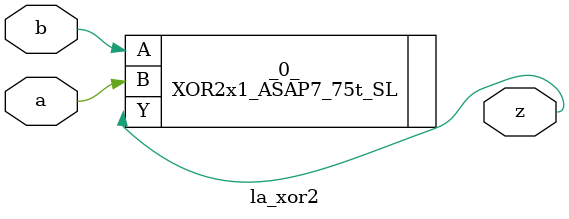
<source format=v>

/* Generated by Yosys 0.44 (git sha1 80ba43d26, g++ 11.4.0-1ubuntu1~22.04 -fPIC -O3) */

(* top =  1  *)
(* src = "generated" *)
module la_xor2 (
    a,
    b,
    z
);
  (* src = "generated" *)
  input a;
  wire a;
  (* src = "generated" *)
  input b;
  wire b;
  (* src = "generated" *)
  output z;
  wire z;
  XOR2x1_ASAP7_75t_SL _0_ (
      .A(b),
      .B(a),
      .Y(z)
  );
endmodule

</source>
